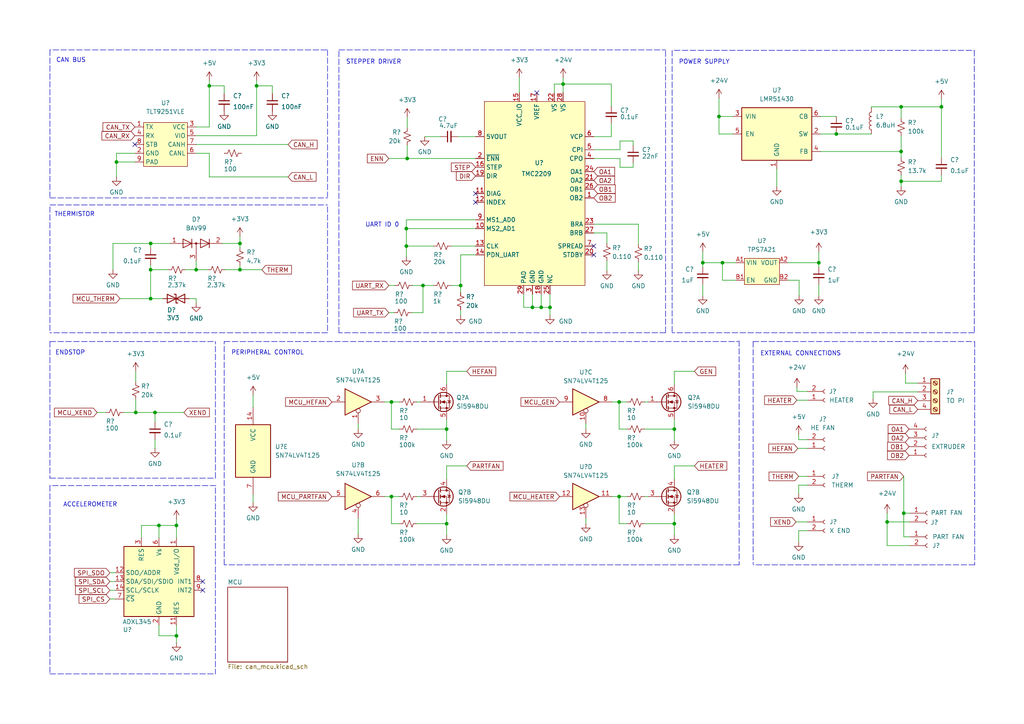
<source format=kicad_sch>
(kicad_sch (version 20211123) (generator eeschema)
  (paper "A4")
  (title_block (title "OUTPUTS, ANALOG SIGNALS AND PERIPHERALS") (date "2022-10-21") (rev "1.0") (company "matei repair lab"))
  (lib_symbols
    (symbol "74xx:SN74LV4T125" (pin_names (offset 1.016))
      (property "Reference" "U" (at 0 1.27 0))
      (property "Value" "SN74LV4T125" (at 0 -1.27 0))
      (symbol "SN74LV4T125_1_0"
        (pin input inverted (at 0 -6.35 90) (length 4.445) (name "~") (number "1"))
        (pin input line (at -7.62 0 0) (length 3.81) (name "~") (number "2"))
        (pin tri_state line (at 7.62 0 180) (length 3.81) (name "~") (number "3"))
      )
      (symbol "SN74LV4T125_2_0"
        (pin input inverted (at 0 -6.35 90) (length 4.445) (name "~") (number "4"))
        (pin input line (at -7.62 0 0) (length 3.81) (name "~") (number "5"))
        (pin tri_state line (at 7.62 0 180) (length 3.81) (name "~") (number "6"))
      )
      (symbol "SN74LV4T125_3_0"
        (pin input inverted (at 0 -6.35 90) (length 4.445) (name "~") (number "10"))
        (pin tri_state line (at 7.62 0 180) (length 3.81) (name "~") (number "8"))
        (pin input line (at -7.62 0 0) (length 3.81) (name "~") (number "9"))
      )
      (symbol "SN74LV4T125_4_0"
        (pin tri_state line (at 7.62 0 180) (length 3.81) (name "~") (number "11"))
        (pin input line (at -7.62 0 0) (length 3.81) (name "~") (number "12"))
        (pin input inverted (at 0 -6.35 90) (length 4.445) (name "~") (number "13"))
      )
      (symbol "SN74LV4T125_5_0"
        (pin power_in line (at 0 12.7 270) (length 5.08) (name "VCC") (number "14"))
        (pin power_in line (at 0 -12.7 90) (length 5.08) (name "GND") (number "7"))
      )
    )
    (symbol "Connector:Conn_01x02_Female" (pin_names (offset 1.016) hide)
      (property "Reference" "J" (at 0 2.54 0))
      (property "Value" "Conn_01x02_Female" (at 0 -5.08 0))
      (symbol "Conn_01x02_Female_1_1"
        (pin passive line (at -5.08 0 0) (length 3.81) (name "Pin_1") (number "1"))
        (pin passive line (at -5.08 -2.54 0) (length 3.81) (name "Pin_2") (number "2"))
      )
    )
    (symbol "Connector:Conn_01x04_Female" (pin_names (offset 1.016) hide)
      (property "Reference" "J" (at 0 5.08 0))
      (property "Value" "Conn_01x04_Female" (at 0 -7.62 0))
      (symbol "Conn_01x04_Female_1_1"
        (pin passive line (at -5.08 2.54 0) (length 3.81) (name "Pin_1") (number "1"))
        (pin passive line (at -5.08 0 0) (length 3.81) (name "Pin_2") (number "2"))
        (pin passive line (at -5.08 -2.54 0) (length 3.81) (name "Pin_3") (number "3"))
        (pin passive line (at -5.08 -5.08 0) (length 3.81) (name "Pin_4") (number "4"))
      )
    )
    (symbol "Connector:Screw_Terminal_01x04" (pin_names (offset 1.016) hide)
      (property "Reference" "J" (at 0 5.08 0))
      (property "Value" "Screw_Terminal_01x04" (at 0 -7.62 0))
      (symbol "Screw_Terminal_01x04_1_1"
        (pin passive line (at -5.08 2.54 0) (length 3.81) (name "Pin_1") (number "1"))
        (pin passive line (at -5.08 0 0) (length 3.81) (name "Pin_2") (number "2"))
        (pin passive line (at -5.08 -2.54 0) (length 3.81) (name "Pin_3") (number "3"))
        (pin passive line (at -5.08 -5.08 0) (length 3.81) (name "Pin_4") (number "4"))
      )
    )
    (symbol "Device:C_Small" (pin_numbers hide) (pin_names (offset 0.254) hide)
      (property "Reference" "C" (at 0.254 1.778 0))
      (property "Value" "C_Small" (at 0.254 -2.032 0))
      (symbol "C_Small_1_1"
        (pin passive line (at 0 2.54 270) (length 2.032) (name "~") (number "1"))
        (pin passive line (at 0 -2.54 90) (length 2.032) (name "~") (number "2"))
      )
    )
    (symbol "Device:D_TVS" (pin_numbers hide) (pin_names (offset 1.016) hide)
      (property "Reference" "D" (at 0 2.54 0))
      (property "Value" "D_TVS" (at 0 -2.54 0))
      (symbol "D_TVS_1_1"
        (pin passive line (at -3.81 0 0) (length 2.54) (name "A1") (number "1"))
        (pin passive line (at 3.81 0 180) (length 2.54) (name "A2") (number "2"))
      )
    )
    (symbol "Device:L" (pin_numbers hide) (pin_names (offset 1.016) hide)
      (property "Reference" "L" (at -1.27 0 90))
      (property "Value" "L" (at 1.905 0 90))
      (symbol "L_1_1"
        (pin passive line (at 0 3.81 270) (length 1.27) (name "1") (number "1"))
        (pin passive line (at 0 -3.81 90) (length 1.27) (name "2") (number "2"))
      )
    )
    (symbol "Device:Q_Dual_NMOS_G1S2G2D2S1D1" (pin_names (offset 0) hide)
      (property "Reference" "Q" (at 6.35 1.27 0))
      (property "Value" "Q_Dual_NMOS_G1S2G2D2S1D1" (at 19.05 -1.27 0))
      (symbol "Q_Dual_NMOS_G1S2G2D2S1D1_1_1"
        (pin input line (at -5.08 0 0) (length 2.54) (name "G") (number "1"))
        (pin passive line (at 2.54 -5.08 90) (length 2.54) (name "S") (number "5"))
        (pin passive line (at 2.54 5.08 270) (length 2.54) (name "D") (number "6"))
      )
      (symbol "Q_Dual_NMOS_G1S2G2D2S1D1_2_1"
        (pin passive line (at 2.54 -5.08 90) (length 2.54) (name "S") (number "2"))
        (pin input line (at -5.08 0 0) (length 2.54) (name "G") (number "3"))
        (pin passive line (at 2.54 5.08 270) (length 2.54) (name "D") (number "4"))
      )
    )
    (symbol "Device:R_Small_US" (pin_numbers hide) (pin_names (offset 0.254) hide)
      (property "Reference" "R" (at 0.762 0.508 0))
      (property "Value" "R_Small_US" (at 0.762 -1.016 0))
      (symbol "R_Small_US_1_1"
        (pin passive line (at 0 2.54 270) (length 1.016) (name "~") (number "1"))
        (pin passive line (at 0 -2.54 90) (length 1.016) (name "~") (number "2"))
      )
    )
    (symbol "Diode:BAV99" (pin_names hide)
      (property "Reference" "D" (at 0 5.08 0))
      (property "Value" "BAV99" (at 0 2.54 0))
      (symbol "BAV99_1_1"
        (pin passive line (at -7.62 0 0) (length 2.54) (name "K") (number "1"))
        (pin passive line (at 7.62 0 180) (length 2.54) (name "A") (number "2"))
        (pin passive line (at 0 -5.08 90) (length 2.54) (name "K") (number "3"))
      )
    )
    (symbol "matei:ADXL345"
      (property "Reference" "U" (at -8.89 11.43 0))
      (property "Value" "ADXL345" (at -6.35 -11.43 0))
      (symbol "ADXL345_1_1"
        (pin power_in line (at 5.08 12.7 270) (length 2.54) (name "Vdd_I/O") (number "1"))
        (pin no_connect line (at 12.7 6.35 180) (length 2.54) hide (name "NC") (number "10"))
        (pin passive line (at 5.08 -12.7 90) (length 2.54) (name "RES") (number "11"))
        (pin bidirectional line (at -12.7 2.54 0) (length 2.54) (name "SDO/ADDR") (number "12"))
        (pin bidirectional line (at -12.7 0 0) (length 2.54) (name "SDA/SDI/SDIO") (number "13"))
        (pin input line (at -12.7 -2.54 0) (length 2.54) (name "SCL/SCLK") (number "14"))
        (pin power_in line (at 0 -12.7 90) (length 2.54) (name "GND") (number "2"))
        (pin passive line (at -5.08 12.7 270) (length 2.54) (name "RES") (number "3"))
        (pin passive line (at 0 -12.7 90) (length 2.54) hide (name "GND") (number "4"))
        (pin passive line (at 0 -12.7 90) (length 2.54) hide (name "GND") (number "5"))
        (pin power_in line (at 0 12.7 270) (length 2.54) (name "Vs") (number "6"))
        (pin input line (at -12.7 -5.08 0) (length 2.54) (name "~{CS}") (number "7"))
        (pin output line (at 12.7 0 180) (length 2.54) (name "INT1") (number "8"))
        (pin output line (at 12.7 -2.54 180) (length 2.54) (name "INT2") (number "9"))
      )
    )
    (symbol "matei:LMR51430" (pin_names (offset 1.016))
      (property "Reference" "U" (at -10.16 11.43 0))
      (property "Value" "LMR51430" (at -10.16 8.89 0))
      (symbol "LMR51430_1_1"
        (pin power_in line (at 0 -10.16 90) (length 2.54) (name "GND") (number "1"))
        (pin output line (at 12.7 0 180) (length 2.54) (name "SW") (number "2"))
        (pin power_in line (at -12.7 5.08 0) (length 2.54) (name "VIN") (number "3"))
        (pin input line (at 12.7 -5.08 180) (length 2.54) (name "FB") (number "4"))
        (pin input line (at -12.7 0 0) (length 2.54) (name "EN") (number "5"))
        (pin input line (at 12.7 5.08 180) (length 2.54) (name "CB") (number "6"))
      )
    )
    (symbol "matei:TLT9251VLE"
      (property "Reference" "U" (at -5.08 5.08 0))
      (property "Value" "TLT9251VLE" (at 0 7.62 0))
      (symbol "TLT9251VLE_1_1"
        (pin input line (at -8.89 2.54 0) (length 2.54) (name "TX") (number "1"))
        (pin input line (at -8.89 -5.08 0) (length 2.54) (name "GND") (number "2"))
        (pin input line (at 8.89 2.54 180) (length 2.54) (name "VCC") (number "3"))
        (pin input line (at -8.89 0 0) (length 2.54) (name "RX") (number "4"))
        (pin input line (at 8.89 0 180) (length 2.54) (name "VIO") (number "5"))
        (pin input line (at 8.89 -5.08 180) (length 2.54) (name "CANL") (number "6"))
        (pin input line (at 8.89 -2.54 180) (length 2.54) (name "CANH") (number "7"))
        (pin input line (at -8.89 -2.54 0) (length 2.54) (name "STB") (number "8"))
        (pin input line (at -8.89 -7.62 0) (length 2.54) (name "PAD") (number "9"))
      )
    )
    (symbol "matei:TMC2209"
      (property "Reference" "U" (at 0 0 0))
      (property "Value" "TMC2209" (at 0 3.81 0))
      (symbol "TMC2209_1_1"
        (pin input line (at 15.24 -7.62 180) (length 2.54) (name "OB2") (number "1"))
        (pin input line (at -19.05 -16.51 0) (length 2.54) (name "MS2_AD1") (number "10"))
        (pin input line (at -19.05 -6.35 0) (length 2.54) (name "DIAG") (number "11"))
        (pin input line (at -19.05 -8.89 0) (length 2.54) (name "INDEX") (number "12"))
        (pin input line (at -19.05 -21.59 0) (length 2.54) (name "CLK") (number "13"))
        (pin input line (at -19.05 -24.13 0) (length 2.54) (name "PDN_UART") (number "14"))
        (pin input line (at -6.35 22.86 270) (length 2.54) (name "VCC_IO") (number "15"))
        (pin input line (at -19.05 1.27 0) (length 2.54) (name "STEP") (number "16"))
        (pin input line (at -1.27 22.86 270) (length 2.54) (name "VREF") (number "17"))
        (pin input line (at 0 -35.56 90) (length 2.54) (name "GND") (number "18"))
        (pin input line (at -19.05 -1.27 0) (length 2.54) (name "DIR") (number "19"))
        (pin input line (at -19.05 3.81 0) (length 2.54) (name "~{ENN}") (number "2"))
        (pin input line (at 15.24 -24.13 180) (length 2.54) (name "STDBY") (number "20"))
        (pin input line (at 15.24 -2.54 180) (length 2.54) (name "OA2") (number "21"))
        (pin input line (at 3.81 22.86 270) (length 2.54) (name "VS") (number "22"))
        (pin input line (at 15.24 -15.24 180) (length 2.54) (name "BRA") (number "23"))
        (pin input line (at 15.24 0 180) (length 2.54) (name "OA1") (number "24"))
        (pin input line (at 2.54 -35.56 90) (length 2.54) (name "NC") (number "25"))
        (pin input line (at 15.24 -5.08 180) (length 2.54) (name "OB1") (number "26"))
        (pin input line (at 15.24 -17.78 180) (length 2.54) (name "BRB") (number "27"))
        (pin input line (at 6.35 22.86 270) (length 2.54) (name "VS") (number "28"))
        (pin input line (at -5.08 -35.56 90) (length 2.54) (name "PAD") (number "29"))
        (pin input line (at -2.54 -35.56 90) (length 2.54) (name "GND") (number "3"))
        (pin input line (at 15.24 3.81 180) (length 2.54) (name "CPO") (number "4"))
        (pin input line (at 15.24 6.35 180) (length 2.54) (name "CPI") (number "5"))
        (pin input line (at 15.24 10.16 180) (length 2.54) (name "VCP") (number "6"))
        (pin input line (at 15.24 -21.59 180) (length 2.54) (name "SPREAD") (number "7"))
        (pin input line (at -19.05 10.16 0) (length 2.54) (name "5VOUT") (number "8"))
        (pin input line (at -19.05 -13.97 0) (length 2.54) (name "MS1_AD0") (number "9"))
      )
    )
    (symbol "matei:TPS7A21"
      (property "Reference" "U" (at 0 0 0))
      (property "Value" "TPS7A21" (at 0 6.35 0))
      (symbol "TPS7A21_1_1"
        (pin input line (at -7.62 2.54 0) (length 2.54) (name "VIN") (number "A1"))
        (pin input line (at 7.62 2.54 180) (length 2.54) (name "VOUT") (number "A2"))
        (pin input line (at -7.62 -2.54 0) (length 2.54) (name "EN") (number "B1"))
        (pin input line (at 7.62 -2.54 180) (length 2.54) (name "GND") (number "B2"))
      )
    )
    (symbol "power:+24V" (power) (pin_names (offset 0))
      (property "Value" "+24V" (at 0 3.556 0))
      (symbol "+24V_1_1"
        (pin power_in line (at 0 0 90) (length 0) hide (name "+24V") (number "1"))
      )
    )
    (symbol "power:+3V3" (power) (pin_names (offset 0))
      (property "Value" "+3V3" (at 0 3.556 0))
      (symbol "+3V3_1_1"
        (pin power_in line (at 0 0 90) (length 0) hide (name "+3V3") (number "1"))
      )
    )
    (symbol "power:+5V" (power) (pin_names (offset 0))
      (property "Value" "+5V" (at 0 3.556 0))
      (symbol "+5V_1_1"
        (pin power_in line (at 0 0 90) (length 0) hide (name "+5V") (number "1"))
      )
    )
    (symbol "power:GND" (power) (pin_names (offset 0))
      (property "Value" "GND" (at 0 -3.81 0))
      (symbol "GND_1_1"
        (pin power_in line (at 0 0 270) (length 0) hide (name "GND") (number "1"))
      )
    )
  )
  (junction (at 261.366 30.988))
  (junction (at 51.181 184.404))
  (junction (at 133.604 82.804))
  (junction (at 69.596 78.232))
  (junction (at 33.782 46.99))
  (junction (at 113.538 144.018))
  (junction (at 129.54 151.892))
  (junction (at 113.538 116.586))
  (junction (at 43.688 86.614))
  (junction (at 74.422 24.892))
  (junction (at 118.11 45.974))
  (junction (at 51.181 152.4))
  (junction (at 122.682 82.804))
  (junction (at 156.972 89.154))
  (junction (at 44.958 119.634))
  (junction (at 43.688 70.612))
  (junction (at 203.835 76.2))
  (junction (at 262.128 148.844))
  (junction (at 56.896 78.232))
  (junction (at 237.49 76.2))
  (junction (at 69.596 70.612))
  (junction (at 242.57 38.862))
  (junction (at 39.37 119.634))
  (junction (at 195.58 124.46))
  (junction (at 261.366 43.942))
  (junction (at 195.58 151.892))
  (junction (at 154.432 89.154))
  (junction (at 159.512 89.154))
  (junction (at 117.856 71.374))
  (junction (at 129.54 124.46))
  (junction (at 209.55 76.2))
  (junction (at 273.05 30.988))
  (junction (at 208.534 33.782))
  (junction (at 117.856 66.294))
  (junction (at 179.578 144.018))
  (junction (at 261.366 52.578))
  (junction (at 46.101 152.4))
  (junction (at 43.688 78.232))
  (junction (at 179.578 116.586))
  (junction (at 60.706 24.892))
  (junction (at 257.302 151.384))
  (junction (at 163.322 24.384))
  (no_connect (at 172.212 73.914))
  (no_connect (at 172.212 71.374))
  (no_connect (at 58.801 168.656))
  (no_connect (at 58.801 171.196))
  (no_connect (at 155.702 26.924))
  (no_connect (at 39.116 41.91))
  (no_connect (at 137.922 58.674))
  (no_connect (at 137.922 56.134))
  (wire (pts (xy 185.166 70.866) (xy 185.166 65.024)))
  (wire (pts (xy 54.864 86.614) (xy 56.896 86.614)))
  (wire (pts (xy 231.648 140.716) (xy 231.648 143.256)))
  (wire (pts (xy 39.37 107.696) (xy 39.37 110.744)))
  (wire (pts (xy 177.546 144.018) (xy 179.578 144.018)))
  (wire (pts (xy 123.19 39.624) (xy 127.762 39.624)))
  (polyline (pts (xy 14.478 14.478) (xy 14.478 57.15)))
  (wire (pts (xy 120.904 124.46) (xy 129.54 124.46)))
  (wire (pts (xy 35.814 119.634) (xy 39.37 119.634)))
  (wire (pts (xy 176.022 67.564) (xy 176.022 70.612)))
  (wire (pts (xy 113.538 144.018) (xy 113.538 151.892)))
  (wire (pts (xy 177.546 116.586) (xy 179.578 116.586)))
  (wire (pts (xy 46.101 184.404) (xy 51.181 184.404)))
  (wire (pts (xy 163.322 24.384) (xy 163.322 22.479)))
  (wire (pts (xy 39.37 119.634) (xy 44.958 119.634)))
  (wire (pts (xy 112.776 82.804) (xy 114.554 82.804)))
  (wire (pts (xy 129.54 124.46) (xy 129.54 127.762)))
  (wire (pts (xy 60.706 51.308) (xy 60.706 44.45)))
  (wire (pts (xy 179.578 144.018) (xy 179.578 151.892)))
  (wire (pts (xy 39.116 44.45) (xy 33.782 44.45)))
  (wire (pts (xy 160.782 24.384) (xy 163.322 24.384)))
  (wire (pts (xy 186.944 151.892) (xy 195.58 151.892)))
  (wire (pts (xy 169.926 150.368) (xy 169.926 151.892)))
  (wire (pts (xy 262.636 111.125) (xy 266.192 111.125)))
  (wire (pts (xy 237.998 43.942) (xy 261.366 43.942)))
  (wire (pts (xy 113.538 151.892) (xy 115.824 151.892)))
  (wire (pts (xy 111.506 116.586) (xy 113.538 116.586)))
  (polyline (pts (xy 98.298 14.478) (xy 193.04 14.478)))
  (wire (pts (xy 179.578 124.46) (xy 181.864 124.46)))
  (wire (pts (xy 132.842 39.624) (xy 137.922 39.624)))
  (wire (pts (xy 179.578 144.018) (xy 181.864 144.018)))
  (wire (pts (xy 60.706 23.368) (xy 60.706 24.892)))
  (wire (pts (xy 228.6 81.28) (xy 231.775 81.28)))
  (polyline (pts (xy 94.996 14.478) (xy 94.996 57.15)))
  (wire (pts (xy 69.596 78.232) (xy 65.278 78.232)))
  (wire (pts (xy 234.188 153.924) (xy 231.648 153.924)))
  (polyline (pts (xy 65.024 163.83) (xy 65.024 99.06)))
  (wire (pts (xy 203.835 77.47) (xy 203.835 76.2)))
  (wire (pts (xy 234.188 140.716) (xy 231.648 140.716)))
  (wire (pts (xy 51.181 184.404) (xy 51.181 181.356)))
  (wire (pts (xy 261.366 50.8) (xy 261.366 52.578)))
  (wire (pts (xy 273.05 30.988) (xy 261.366 30.988)))
  (wire (pts (xy 64.516 70.612) (xy 69.596 70.612)))
  (wire (pts (xy 129.54 151.892) (xy 129.54 155.194)))
  (wire (pts (xy 242.57 38.862) (xy 252.73 38.862)))
  (wire (pts (xy 112.776 90.678) (xy 114.3 90.678)))
  (wire (pts (xy 156.972 89.154) (xy 159.512 89.154)))
  (wire (pts (xy 33.782 46.99) (xy 33.782 51.308)))
  (polyline (pts (xy 214.376 98.806) (xy 214.376 163.83)))
  (wire (pts (xy 230.886 151.384) (xy 234.188 151.384)))
  (wire (pts (xy 43.688 70.612) (xy 49.276 70.612)))
  (wire (pts (xy 237.998 38.862) (xy 242.57 38.862)))
  (wire (pts (xy 113.538 116.586) (xy 115.824 116.586)))
  (wire (pts (xy 172.212 39.624) (xy 177.292 39.624)))
  (wire (pts (xy 44.958 119.634) (xy 44.958 122.428)))
  (polyline (pts (xy 94.742 14.478) (xy 14.478 14.478)))
  (wire (pts (xy 195.58 135.128) (xy 201.422 135.128)))
  (wire (pts (xy 266.192 113.665) (xy 253.238 113.665)))
  (wire (pts (xy 73.406 143.51) (xy 73.406 145.796)))
  (wire (pts (xy 228.6 76.2) (xy 237.49 76.2)))
  (wire (pts (xy 46.101 181.356) (xy 46.101 184.404)))
  (wire (pts (xy 65.024 24.892) (xy 60.706 24.892)))
  (wire (pts (xy 130.81 82.804) (xy 133.604 82.804)))
  (wire (pts (xy 163.322 24.384) (xy 163.322 26.924)))
  (wire (pts (xy 120.904 144.018) (xy 121.92 144.018)))
  (polyline (pts (xy 282.702 99.06) (xy 282.702 163.83)))
  (wire (pts (xy 179.578 151.892) (xy 181.864 151.892)))
  (wire (pts (xy 28.194 119.634) (xy 30.734 119.634)))
  (wire (pts (xy 65.024 27.178) (xy 65.024 24.892)))
  (wire (pts (xy 60.706 44.45) (xy 56.896 44.45)))
  (wire (pts (xy 51.181 152.4) (xy 51.181 155.956)))
  (wire (pts (xy 159.512 85.344) (xy 159.512 89.154)))
  (wire (pts (xy 69.596 68.58) (xy 69.596 70.612)))
  (wire (pts (xy 60.706 36.83) (xy 56.896 36.83)))
  (wire (pts (xy 160.782 26.924) (xy 160.782 24.384)))
  (wire (pts (xy 177.292 30.734) (xy 177.292 24.384)))
  (wire (pts (xy 179.832 48.514) (xy 183.642 48.514)))
  (wire (pts (xy 120.904 116.586) (xy 121.92 116.586)))
  (wire (pts (xy 262.128 155.702) (xy 263.906 155.702)))
  (wire (pts (xy 56.896 75.692) (xy 56.896 78.232)))
  (wire (pts (xy 172.212 45.974) (xy 179.832 45.974)))
  (polyline (pts (xy 62.484 138.684) (xy 62.484 99.06)))
  (wire (pts (xy 117.856 63.754) (xy 137.922 63.754)))
  (wire (pts (xy 203.835 73.025) (xy 203.835 76.2)))
  (wire (pts (xy 74.422 24.892) (xy 74.422 39.37)))
  (wire (pts (xy 203.835 76.2) (xy 209.55 76.2)))
  (wire (pts (xy 151.892 89.154) (xy 154.432 89.154)))
  (wire (pts (xy 43.688 86.614) (xy 47.244 86.614)))
  (wire (pts (xy 103.886 122.936) (xy 103.886 124.46)))
  (wire (pts (xy 262.636 108.331) (xy 262.636 111.125)))
  (polyline (pts (xy 14.478 195.453) (xy 62.484 195.453)))
  (wire (pts (xy 32.766 70.612) (xy 32.766 78.232)))
  (wire (pts (xy 32.766 70.612) (xy 43.688 70.612)))
  (wire (pts (xy 129.54 111.506) (xy 129.54 107.696)))
  (wire (pts (xy 208.534 33.782) (xy 208.534 38.862)))
  (wire (pts (xy 179.578 116.586) (xy 179.578 124.46)))
  (wire (pts (xy 231.394 130.048) (xy 234.188 130.048)))
  (wire (pts (xy 41.021 152.4) (xy 46.101 152.4)))
  (wire (pts (xy 237.49 82.55) (xy 237.49 85.725)))
  (wire (pts (xy 113.538 116.586) (xy 113.538 124.46)))
  (wire (pts (xy 195.58 107.696) (xy 201.422 107.696)))
  (wire (pts (xy 209.55 81.28) (xy 209.55 76.2)))
  (polyline (pts (xy 195.58 14.605) (xy 282.575 14.605)))
  (wire (pts (xy 119.634 82.804) (xy 122.682 82.804)))
  (wire (pts (xy 117.856 71.374) (xy 117.856 66.294)))
  (wire (pts (xy 262.128 148.844) (xy 262.128 155.702)))
  (wire (pts (xy 43.688 76.962) (xy 43.688 78.232)))
  (wire (pts (xy 237.49 76.2) (xy 237.49 77.47)))
  (wire (pts (xy 225.298 49.022) (xy 225.298 54.102)))
  (wire (pts (xy 257.302 148.844) (xy 257.302 151.384)))
  (wire (pts (xy 208.534 33.782) (xy 212.598 33.782)))
  (wire (pts (xy 151.892 85.344) (xy 151.892 89.154)))
  (wire (pts (xy 183.642 40.894) (xy 179.832 40.894)))
  (wire (pts (xy 195.58 111.506) (xy 195.58 107.696)))
  (wire (pts (xy 261.366 30.988) (xy 252.73 30.988)))
  (wire (pts (xy 60.706 51.308) (xy 83.566 51.308)))
  (wire (pts (xy 195.58 151.892) (xy 195.58 155.194)))
  (wire (pts (xy 261.366 43.942) (xy 261.366 45.72)))
  (polyline (pts (xy 14.478 59.436) (xy 94.996 59.436)))
  (wire (pts (xy 154.432 89.154) (xy 156.972 89.154)))
  (wire (pts (xy 179.832 40.894) (xy 179.832 43.434)))
  (wire (pts (xy 257.302 158.242) (xy 263.906 158.242)))
  (wire (pts (xy 261.366 52.578) (xy 273.05 52.578)))
  (wire (pts (xy 39.37 115.824) (xy 39.37 119.634)))
  (wire (pts (xy 231.14 112.268) (xy 231.14 113.538)))
  (wire (pts (xy 122.682 82.804) (xy 125.73 82.804)))
  (wire (pts (xy 172.212 67.564) (xy 176.022 67.564)))
  (wire (pts (xy 113.538 144.018) (xy 115.824 144.018)))
  (wire (pts (xy 257.302 151.384) (xy 257.302 158.242)))
  (polyline (pts (xy 14.478 99.06) (xy 62.484 99.06)))
  (wire (pts (xy 169.926 122.936) (xy 169.926 124.46)))
  (wire (pts (xy 195.58 151.892) (xy 195.58 149.098)))
  (polyline (pts (xy 14.478 57.404) (xy 94.996 57.404)))
  (wire (pts (xy 273.05 28.702) (xy 273.05 30.988)))
  (wire (pts (xy 120.904 151.892) (xy 129.54 151.892)))
  (wire (pts (xy 137.922 45.974) (xy 118.11 45.974)))
  (wire (pts (xy 195.58 124.46) (xy 195.58 127.762)))
  (wire (pts (xy 186.944 124.46) (xy 195.58 124.46)))
  (wire (pts (xy 51.181 152.4) (xy 51.181 150.622)))
  (wire (pts (xy 159.512 89.154) (xy 159.512 91.44)))
  (wire (pts (xy 273.05 52.578) (xy 273.05 50.8)))
  (wire (pts (xy 231.648 127.508) (xy 231.648 125.984)))
  (wire (pts (xy 117.856 66.294) (xy 137.922 66.294)))
  (wire (pts (xy 56.896 78.232) (xy 53.848 78.232)))
  (wire (pts (xy 119.38 90.678) (xy 122.682 90.678)))
  (polyline (pts (xy 214.376 163.83) (xy 65.024 163.83)))
  (wire (pts (xy 177.292 24.384) (xy 163.322 24.384)))
  (wire (pts (xy 129.54 138.938) (xy 129.54 135.128)))
  (polyline (pts (xy 194.945 14.605) (xy 194.945 96.52)))
  (wire (pts (xy 51.181 184.404) (xy 51.181 186.436)))
  (wire (pts (xy 31.877 166.116) (xy 33.401 166.116)))
  (wire (pts (xy 60.198 78.232) (xy 56.896 78.232)))
  (wire (pts (xy 78.994 27.178) (xy 78.994 24.892)))
  (wire (pts (xy 129.54 124.46) (xy 129.54 121.666)))
  (wire (pts (xy 78.994 24.892) (xy 74.422 24.892)))
  (wire (pts (xy 195.58 124.46) (xy 195.58 121.666)))
  (wire (pts (xy 111.506 144.018) (xy 113.538 144.018)))
  (wire (pts (xy 183.642 48.514) (xy 183.642 47.244)))
  (wire (pts (xy 43.688 70.612) (xy 43.688 71.882)))
  (wire (pts (xy 56.896 41.91) (xy 83.566 41.91)))
  (wire (pts (xy 34.798 86.614) (xy 43.688 86.614)))
  (wire (pts (xy 237.998 33.782) (xy 242.57 33.782)))
  (wire (pts (xy 60.706 24.892) (xy 60.706 36.83)))
  (wire (pts (xy 179.578 116.586) (xy 181.864 116.586)))
  (wire (pts (xy 129.54 107.696) (xy 135.382 107.696)))
  (wire (pts (xy 261.366 30.988) (xy 261.366 34.29)))
  (polyline (pts (xy 14.478 138.684) (xy 62.484 138.684)))
  (polyline (pts (xy 193.04 14.732) (xy 193.04 96.52)))
  (wire (pts (xy 46.101 152.4) (xy 51.181 152.4)))
  (polyline (pts (xy 282.575 14.605) (xy 282.575 96.52)))
  (wire (pts (xy 33.782 44.45) (xy 33.782 46.99)))
  (polyline (pts (xy 98.298 96.52) (xy 98.298 14.478)))
  (polyline (pts (xy 218.44 99.06) (xy 282.702 99.06)))
  (wire (pts (xy 46.101 155.956) (xy 46.101 152.4)))
  (wire (pts (xy 56.896 86.614) (xy 56.896 87.884)))
  (wire (pts (xy 133.604 73.914) (xy 137.922 73.914)))
  (wire (pts (xy 133.604 89.916) (xy 133.604 91.44)))
  (wire (pts (xy 185.166 78.486) (xy 185.166 75.946)))
  (polyline (pts (xy 62.484 141.478) (xy 62.484 195.453)))
  (wire (pts (xy 31.877 168.656) (xy 33.401 168.656)))
  (polyline (pts (xy 282.702 163.83) (xy 218.44 163.83)))
  (polyline (pts (xy 62.611 140.843) (xy 14.478 140.843)))
  (wire (pts (xy 129.54 151.892) (xy 129.54 149.098)))
  (wire (pts (xy 117.856 74.422) (xy 117.856 71.374)))
  (wire (pts (xy 185.166 65.024) (xy 172.212 65.024)))
  (polyline (pts (xy 94.996 96.52) (xy 14.478 96.52)))
  (wire (pts (xy 69.596 76.962) (xy 69.596 78.232)))
  (wire (pts (xy 117.856 71.374) (xy 125.73 71.374)))
  (wire (pts (xy 231.14 113.538) (xy 234.188 113.538)))
  (wire (pts (xy 118.11 45.974) (xy 118.11 42.164)))
  (polyline (pts (xy 282.575 96.52) (xy 194.945 96.52)))
  (polyline (pts (xy 14.478 59.944) (xy 14.478 96.52)))
  (wire (pts (xy 103.886 150.368) (xy 103.886 154.94)))
  (wire (pts (xy 31.877 173.736) (xy 33.401 173.736)))
  (wire (pts (xy 253.238 113.665) (xy 253.238 115.697)))
  (wire (pts (xy 261.366 52.578) (xy 261.366 54.102)))
  (wire (pts (xy 231.648 138.176) (xy 234.188 138.176)))
  (wire (pts (xy 73.406 114.554) (xy 73.406 118.11)))
  (wire (pts (xy 176.022 75.692) (xy 176.022 78.486)))
  (wire (pts (xy 234.188 127.508) (xy 231.648 127.508)))
  (wire (pts (xy 208.534 38.862) (xy 212.598 38.862)))
  (polyline (pts (xy 193.04 96.52) (xy 98.298 96.52)))
  (wire (pts (xy 69.596 70.612) (xy 69.596 71.882)))
  (wire (pts (xy 183.642 42.164) (xy 183.642 40.894)))
  (wire (pts (xy 263.906 151.384) (xy 257.302 151.384)))
  (wire (pts (xy 137.922 71.374) (xy 130.81 71.374)))
  (wire (pts (xy 262.128 138.176) (xy 262.128 148.844)))
  (wire (pts (xy 231.648 153.924) (xy 231.648 157.226)))
  (wire (pts (xy 179.832 43.434) (xy 172.212 43.434)))
  (wire (pts (xy 43.688 78.232) (xy 43.688 86.614)))
  (wire (pts (xy 231.14 116.078) (xy 234.188 116.078)))
  (wire (pts (xy 186.944 116.586) (xy 187.96 116.586)))
  (wire (pts (xy 56.896 39.37) (xy 74.422 39.37)))
  (wire (pts (xy 112.776 45.974) (xy 118.11 45.974)))
  (wire (pts (xy 43.688 78.232) (xy 48.768 78.232)))
  (wire (pts (xy 195.58 138.938) (xy 195.58 135.128)))
  (polyline (pts (xy 14.478 140.843) (xy 14.478 195.453)))
  (wire (pts (xy 252.73 30.988) (xy 252.73 31.242)))
  (wire (pts (xy 113.538 124.46) (xy 115.824 124.46)))
  (wire (pts (xy 156.972 85.344) (xy 156.972 89.154)))
  (wire (pts (xy 208.534 28.448) (xy 208.534 33.782)))
  (wire (pts (xy 186.944 144.018) (xy 187.96 144.018)))
  (wire (pts (xy 129.54 135.128) (xy 135.382 135.128)))
  (wire (pts (xy 44.958 119.634) (xy 53.34 119.634)))
  (wire (pts (xy 177.292 39.624) (xy 177.292 35.814)))
  (wire (pts (xy 273.05 45.72) (xy 273.05 30.988)))
  (wire (pts (xy 203.835 82.55) (xy 203.835 85.725)))
  (wire (pts (xy 118.11 34.036) (xy 118.11 37.084)))
  (wire (pts (xy 154.432 85.344) (xy 154.432 89.154)))
  (wire (pts (xy 41.021 155.956) (xy 41.021 152.4)))
  (wire (pts (xy 237.49 73.025) (xy 237.49 76.2)))
  (wire (pts (xy 179.832 45.974) (xy 179.832 48.514)))
  (polyline (pts (xy 94.996 59.944) (xy 94.996 96.52)))
  (wire (pts (xy 122.682 90.678) (xy 122.682 82.804)))
  (wire (pts (xy 263.906 148.844) (xy 262.128 148.844)))
  (polyline (pts (xy 14.478 99.06) (xy 14.478 138.684)))
  (wire (pts (xy 133.604 82.804) (xy 133.604 73.914)))
  (wire (pts (xy 117.856 66.294) (xy 117.856 63.754)))
  (wire (pts (xy 133.604 82.804) (xy 133.604 84.836)))
  (polyline (pts (xy 218.44 99.06) (xy 218.44 163.576)))
  (wire (pts (xy 74.422 23.368) (xy 74.422 24.892)))
  (wire (pts (xy 150.622 22.479) (xy 150.622 26.924)))
  (wire (pts (xy 261.366 39.37) (xy 261.366 43.942)))
  (wire (pts (xy 231.775 81.28) (xy 231.775 85.725)))
  (wire (pts (xy 209.55 76.2) (xy 213.36 76.2)))
  (polyline (pts (xy 65.024 99.06) (xy 214.122 99.06)))
  (wire (pts (xy 33.782 46.99) (xy 39.116 46.99)))
  (wire (pts (xy 69.596 78.232) (xy 75.946 78.232)))
  (wire (pts (xy 31.877 171.196) (xy 33.401 171.196)))
  (wire (pts (xy 213.36 81.28) (xy 209.55 81.28)))
  (wire (pts (xy 44.958 127.508) (xy 44.958 130.048)))
  (text "ACCELEROMETER\n" (at 18.288 147.193 0) (effects (font (size 1.27 1.27)) (justify left bottom)))
  (text "CAN BUS\n" (at 16.256 18.288 0) (effects (font (size 1.27 1.27)) (justify left bottom)))
  (text "ENDSTOP\n" (at 16.002 103.124 0) (effects (font (size 1.27 1.27)) (justify left bottom)))
  (text "PERIPHERAL CONTROL\n" (at 67.056 103.124 0) (effects (font (size 1.27 1.27)) (justify left bottom)))
  (text "STEPPER DRIVER" (at 100.33 18.796 0) (effects (font (size 1.27 1.27)) (justify left bottom)))
  (text "POWER SUPPLY\n" (at 196.85 18.796 0) (effects (font (size 1.27 1.27)) (justify left bottom)))
  (text "THERMISTOR\n" (at 15.748 62.992 0) (effects (font (size 1.27 1.27)) (justify left bottom)))
  (text "EXTERNAL CONNECTIONS" (at 220.472 103.378 0) (effects (font (size 1.27 1.27)) (justify left bottom)))
  (text "UART ID 0" (at 105.918 66.04 0) (effects (font (size 1.27 1.27)) (justify left bottom)))
  (global_label "ENN" (shape input) (at 112.776 45.974 180) (property "Intersheet References" "${INTERSHEET_REFS}" (effects hide)))
  (global_label "MCU_THERM" (shape input) (at 34.798 86.614 180) (property "Intersheet References" "${INTERSHEET_REFS}" (effects hide)))
  (global_label "SPI_SDA" (shape input) (at 31.877 168.656 180) (property "Intersheet References" "${INTERSHEET_REFS}" (effects hide)))
  (global_label "CAN_TX" (shape input) (at 39.116 36.83 180) (property "Intersheet References" "${INTERSHEET_REFS}" (effects hide)))
  (global_label "SPI_SCL" (shape input) (at 31.877 171.196 180) (property "Intersheet References" "${INTERSHEET_REFS}" (effects hide)))
  (global_label "UART_TX" (shape input) (at 112.776 90.678 180) (property "Intersheet References" "${INTERSHEET_REFS}" (effects hide)))
  (global_label "HEATER" (shape input) (at 201.422 135.128 0) (property "Intersheet References" "${INTERSHEET_REFS}" (effects hide)))
  (global_label "STEP" (shape input) (at 137.922 48.514 180) (property "Intersheet References" "${INTERSHEET_REFS}" (effects hide)))
  (global_label "THERM" (shape input) (at 231.648 138.176 180) (property "Intersheet References" "${INTERSHEET_REFS}" (effects hide)))
  (global_label "HEATER" (shape input) (at 231.14 116.078 180) (property "Intersheet References" "${INTERSHEET_REFS}" (effects hide)))
  (global_label "OA2" (shape input) (at 172.212 52.324 0) (property "Intersheet References" "${INTERSHEET_REFS}" (effects hide)))
  (global_label "OA2" (shape input) (at 263.652 127 180) (property "Intersheet References" "${INTERSHEET_REFS}" (effects hide)))
  (global_label "OA1" (shape input) (at 172.212 49.784 0) (property "Intersheet References" "${INTERSHEET_REFS}" (effects hide)))
  (global_label "MCU_XEND" (shape input) (at 28.194 119.634 180) (property "Intersheet References" "${INTERSHEET_REFS}" (effects hide)))
  (global_label "OA1" (shape input) (at 263.652 124.46 180) (property "Intersheet References" "${INTERSHEET_REFS}" (effects hide)))
  (global_label "PARTFAN" (shape input) (at 135.382 135.128 0) (property "Intersheet References" "${INTERSHEET_REFS}" (effects hide)))
  (global_label "CAN_H" (shape input) (at 83.566 41.91 0) (property "Intersheet References" "${INTERSHEET_REFS}" (effects hide)))
  (global_label "SPI_SDO" (shape input) (at 31.877 166.116 180) (property "Intersheet References" "${INTERSHEET_REFS}" (effects hide)))
  (global_label "DIR" (shape input) (at 137.922 51.054 180) (property "Intersheet References" "${INTERSHEET_REFS}" (effects hide)))
  (global_label "XEND" (shape input) (at 53.34 119.634 0) (property "Intersheet References" "${INTERSHEET_REFS}" (effects hide)))
  (global_label "UART_RX" (shape input) (at 112.776 82.804 180) (property "Intersheet References" "${INTERSHEET_REFS}" (effects hide)))
  (global_label "MCU_HEFAN" (shape input) (at 96.266 116.586 180) (property "Intersheet References" "${INTERSHEET_REFS}" (effects hide)))
  (global_label "OB2" (shape input) (at 172.212 57.404 0) (property "Intersheet References" "${INTERSHEET_REFS}" (effects hide)))
  (global_label "SPI_CS" (shape input) (at 31.877 173.736 180) (property "Intersheet References" "${INTERSHEET_REFS}" (effects hide)))
  (global_label "CAN_H" (shape input) (at 266.192 116.205 180) (property "Intersheet References" "${INTERSHEET_REFS}" (effects hide)))
  (global_label "PARTFAN" (shape input) (at 262.128 138.176 180) (property "Intersheet References" "${INTERSHEET_REFS}" (effects hide)))
  (global_label "OB1" (shape input) (at 172.212 54.864 0) (property "Intersheet References" "${INTERSHEET_REFS}" (effects hide)))
  (global_label "HEFAN" (shape input) (at 231.394 130.048 180) (property "Intersheet References" "${INTERSHEET_REFS}" (effects hide)))
  (global_label "MCU_GEN" (shape input) (at 162.306 116.586 180) (property "Intersheet References" "${INTERSHEET_REFS}" (effects hide)))
  (global_label "CAN_L" (shape input) (at 83.566 51.308 0) (property "Intersheet References" "${INTERSHEET_REFS}" (effects hide)))
  (global_label "MCU_HEATER" (shape input) (at 162.306 144.018 180) (property "Intersheet References" "${INTERSHEET_REFS}" (effects hide)))
  (global_label "OB2" (shape input) (at 263.652 132.08 180) (property "Intersheet References" "${INTERSHEET_REFS}" (effects hide)))
  (global_label "HEFAN" (shape input) (at 135.382 107.696 0) (property "Intersheet References" "${INTERSHEET_REFS}" (effects hide)))
  (global_label "CAN_L" (shape input) (at 266.192 118.745 180) (property "Intersheet References" "${INTERSHEET_REFS}" (effects hide)))
  (global_label "CAN_RX" (shape input) (at 39.116 39.37 180) (property "Intersheet References" "${INTERSHEET_REFS}" (effects hide)))
  (global_label "XEND" (shape input) (at 230.886 151.384 180) (property "Intersheet References" "${INTERSHEET_REFS}" (effects hide)))
  (global_label "MCU_PARTFAN" (shape input) (at 96.266 144.018 180) (property "Intersheet References" "${INTERSHEET_REFS}" (effects hide)))
  (global_label "THERM" (shape input) (at 75.946 78.232 0) (property "Intersheet References" "${INTERSHEET_REFS}" (effects hide)))
  (global_label "GEN" (shape input) (at 201.422 107.696 0) (property "Intersheet References" "${INTERSHEET_REFS}" (effects hide)))
  (global_label "OB1" (shape input) (at 263.652 129.54 180) (property "Intersheet References" "${INTERSHEET_REFS}" (effects hide)))
  (symbol (lib_id "Device:R_Small_US") (at 176.022 73.152 0) (unit 1)
    (property "Reference" "R?" (at 177.546 71.882 0) (effects (justify left)))
    (property "Value" "0.110" (at 177.546 74.422 0) (effects (justify left)))
  )
  (symbol (lib_id "74xx:SN74LV4T125") (at 73.406 130.81 0) (unit 5)
    (property "Reference" "U?" (at 79.756 129.5399 0) (effects (justify left)))
    (property "Value" "SN74LV4T125" (at 79.756 132.0799 0) (effects (justify left)))
    (property "Datasheet" "https://www.ti.com/lit/ds/symlink/sn74lv4t125.pdf" (effects hide))
  )
  (symbol (lib_id "power:+5V") (at 203.835 73.025 0) (unit 1)
    (property "Reference" "#PWR?" (effects hide))
    (property "Value" "+5V" (at 203.835 67.945 0))
  )
  (symbol (lib_id "power:GND") (at 169.926 124.46 0) (unit 1)
    (property "Reference" "#PWR?" (effects hide))
    (property "Value" "GND" (at 169.926 128.905 0))
  )
  (symbol (lib_id "Device:R_Small_US") (at 118.364 124.46 270) (unit 1)
    (property "Reference" "R?" (at 117.094 127 90))
    (property "Value" "100k" (at 118.11 129.032 90))
  )
  (symbol (lib_id "Device:R_Small_US") (at 39.37 113.284 0) (unit 1)
    (property "Reference" "R?" (at 40.894 112.014 0) (effects (justify left)))
    (property "Value" "20k" (at 40.894 114.554 0) (effects (justify left)))
  )
  (symbol (lib_id "Device:R_Small_US") (at 33.274 119.634 270) (unit 1)
    (property "Reference" "R?" (at 32.004 122.174 90))
    (property "Value" "100" (at 32.512 124.206 90))
  )
  (symbol (lib_id "Device:D_TVS") (at 51.054 86.614 0) (mirror y) (unit 1)
    (property "Reference" "D?" (at 51.054 89.916 0) (effects (justify left)))
    (property "Value" "3V3" (at 52.07 92.202 0) (effects (justify left)))
  )
  (symbol (lib_id "power:+24V") (at 257.302 148.844 0) (unit 1)
    (property "Reference" "#PWR?" (effects hide))
    (property "Value" "+24V" (at 257.302 143.129 0))
  )
  (symbol (lib_id "Diode:BAV99") (at 56.896 70.612 0) (unit 1)
    (property "Reference" "D?" (at 56.896 63.627 0))
    (property "Value" "BAV99" (at 56.896 66.167 0))
    (property "Footprint" "Package_TO_SOT_SMD:SOT-23" (effects hide))
    (property "Datasheet" "https://assets.nexperia.com/documents/data-sheet/BAV99_SER.pdf" (effects hide))
  )
  (symbol (lib_id "matei:LMR51430") (at 225.298 38.862 0) (unit 1)
    (property "Reference" "U?" (at 225.298 26.162 0))
    (property "Value" "LMR51430" (at 225.298 28.702 0))
    (property "Footprint" "Package_TO_SOT_SMD:SOT-23-6" (effects hide))
    (property "Datasheet" "http://www.ti.com/lit/ds/symlink/lmr16006y-q1.pdf" (effects hide))
  )
  (symbol (lib_id "power:GND") (at 103.886 154.94 0) (unit 1)
    (property "Reference" "#PWR?" (effects hide))
    (property "Value" "GND" (at 103.886 159.385 0))
  )
  (symbol (lib_id "Device:Q_Dual_NMOS_G1S2G2D2S1D1") (at 193.04 116.586 0) (unit 1)
    (property "Reference" "Q?" (at 199.39 115.3159 0) (effects (justify left)))
    (property "Value" "Si5948DU" (at 199.39 117.8559 0) (effects (justify left)))
  )
  (symbol (lib_id "power:+5V") (at 60.706 23.368 0) (unit 1)
    (property "Reference" "#PWR?" (effects hide))
    (property "Value" "+5V" (at 60.706 18.288 0))
  )
  (symbol (lib_id "power:GND") (at 129.54 127.762 0) (unit 1)
    (property "Reference" "#PWR?" (effects hide))
    (property "Value" "GND" (at 129.54 132.207 0))
  )
  (symbol (lib_id "power:GND") (at 185.166 78.486 0) (unit 1)
    (property "Reference" "#PWR?" (effects hide))
    (property "Value" "GND" (at 185.166 82.931 0))
  )
  (symbol (lib_id "power:GND") (at 203.835 85.725 0) (unit 1)
    (property "Reference" "#PWR?" (effects hide))
    (property "Value" "GND" (at 203.835 90.17 0))
  )
  (symbol (lib_id "Device:C_Small") (at 78.994 29.718 0) (unit 1)
    (property "Reference" "C?" (at 81.534 27.813 0) (effects (justify left)))
    (property "Value" "100nF" (at 81.534 30.988 0) (effects (justify left)))
  )
  (symbol (lib_id "Connector:Conn_01x02_Female") (at 268.986 155.702 0) (unit 1)
    (property "Reference" "J?" (at 271.526 158.242 0))
    (property "Value" "PART FAN" (at 275.082 155.702 0))
    (property "Footprint" "Connector_JST:JST_EH_B2B-EH-A_1x02_P2.50mm_Vertical" (effects hide))
  )
  (symbol (lib_id "power:+24V") (at 163.322 22.479 0) (unit 1)
    (property "Reference" "#PWR?" (effects hide))
    (property "Value" "+24V" (at 163.322 17.399 0))
  )
  (symbol (lib_id "Device:R_Small_US") (at 184.404 144.018 270) (unit 1)
    (property "Reference" "R?" (at 183.134 146.558 90))
    (property "Value" "10" (at 183.134 148.59 90))
  )
  (symbol (lib_id "Device:R_Small_US") (at 261.366 48.26 0) (unit 1)
    (property "Reference" "R?" (at 263.271 46.9899 0) (effects (justify left)))
    (property "Value" "13.7k" (at 263.271 49.5299 0) (effects (justify left)))
  )
  (symbol (lib_id "power:+24V") (at 262.636 108.331 0) (unit 1)
    (property "Reference" "#PWR?" (effects hide))
    (property "Value" "+24V" (at 262.636 102.616 0))
  )
  (symbol (lib_id "power:GND") (at 103.886 124.46 0) (unit 1)
    (property "Reference" "#PWR?" (effects hide))
    (property "Value" "GND" (at 103.886 128.905 0))
  )
  (symbol (lib_id "power:GND") (at 159.512 91.44 0) (unit 1)
    (property "Reference" "#PWR?" (effects hide))
    (property "Value" "GND" (at 164.084 93.218 0))
  )
  (symbol (lib_id "power:+5V") (at 73.406 114.554 0) (unit 1)
    (property "Reference" "#PWR?" (effects hide))
    (property "Value" "+5V" (at 73.406 109.474 0))
  )
  (symbol (lib_id "power:GND") (at 32.766 78.232 0) (unit 1)
    (property "Reference" "#PWR?" (effects hide))
    (property "Value" "GND" (at 32.766 82.677 0))
  )
  (symbol (lib_id "Device:C_Small") (at 237.49 80.01 0) (unit 1)
    (property "Reference" "C?" (at 240.03 78.105 0) (effects (justify left)))
    (property "Value" "1uF" (at 240.03 81.28 0) (effects (justify left)))
  )
  (symbol (lib_id "power:GND") (at 231.648 157.226 0) (unit 1)
    (property "Reference" "#PWR?" (effects hide))
    (property "Value" "GND" (at 231.648 161.671 0))
  )
  (symbol (lib_id "Connector:Conn_01x02_Female") (at 239.268 151.384 0) (unit 1)
    (property "Reference" "J?" (at 240.538 151.3839 0) (effects (justify left)))
    (property "Value" "X END" (at 240.538 153.9239 0) (effects (justify left)))
    (property "Footprint" "Connector_JST:JST_EH_B2B-EH-A_1x02_P2.50mm_Vertical" (effects hide))
  )
  (symbol (lib_id "Device:R_Small_US") (at 118.364 144.018 270) (unit 1)
    (property "Reference" "R?" (at 117.094 146.558 90))
    (property "Value" "10" (at 117.094 148.59 90))
  )
  (symbol (lib_id "power:+5V") (at 231.648 125.984 0) (unit 1)
    (property "Reference" "#PWR?" (effects hide))
    (property "Value" "+5V" (at 231.648 120.904 0))
  )
  (symbol (lib_id "Device:R_Small_US") (at 117.094 82.804 270) (unit 1)
    (property "Reference" "R?" (at 115.824 85.344 90))
    (property "Value" "100" (at 116.332 87.376 90))
  )
  (symbol (lib_id "Device:C_Small") (at 65.024 29.718 0) (unit 1)
    (property "Reference" "C?" (at 67.564 27.813 0) (effects (justify left)))
    (property "Value" "100nF" (at 67.564 30.988 0) (effects (justify left)))
  )
  (symbol (lib_id "Device:R_Small_US") (at 116.84 90.678 270) (unit 1)
    (property "Reference" "R?" (at 115.57 93.218 90))
    (property "Value" "100" (at 116.078 95.25 90))
  )
  (symbol (lib_id "power:+3V3") (at 74.422 23.368 0) (unit 1)
    (property "Reference" "#PWR?" (effects hide))
    (property "Value" "+3V3" (at 74.422 18.288 0))
  )
  (symbol (lib_id "74xx:SN74LV4T125") (at 103.886 144.018 0) (unit 2)
    (property "Reference" "U?" (at 103.886 134.874 0))
    (property "Value" "SN74LV4T125" (at 103.886 137.414 0))
    (property "Datasheet" "https://www.ti.com/lit/ds/symlink/sn74lv4t125.pdf" (effects hide))
  )
  (symbol (lib_id "Connector:Conn_01x02_Female") (at 268.986 148.844 0) (unit 1)
    (property "Reference" "J?" (at 271.018 151.511 0))
    (property "Value" "PART FAN" (at 274.574 148.717 0))
    (property "Footprint" "Connector_JST:JST_EH_B2B-EH-A_1x02_P2.50mm_Vertical" (effects hide))
  )
  (symbol (lib_id "matei:TLT9251VLE") (at 48.006 39.37 0) (unit 1)
    (property "Reference" "U?" (at 48.006 29.845 0))
    (property "Value" "TLT9251VLE" (at 48.006 32.385 0))
    (property "Footprint" "Package_SON:HVSON-8-1EP_3x3mm_P0.65mm_EP1.6x2.4mm" (effects hide))
  )
  (symbol (lib_id "Device:R_Small_US") (at 118.364 151.892 270) (unit 1)
    (property "Reference" "R?" (at 117.094 154.432 90))
    (property "Value" "100k" (at 118.11 156.464 90))
  )
  (symbol (lib_id "Connector:Conn_01x02_Female") (at 239.268 138.176 0) (unit 1)
    (property "Reference" "J?" (at 241.173 138.1759 0) (effects (justify left)))
    (property "Value" "THERM" (at 241.173 140.7159 0) (effects (justify left)))
    (property "Footprint" "Connector_JST:JST_EH_B2B-EH-A_1x02_P2.50mm_Vertical" (effects hide))
  )
  (symbol (lib_id "Device:R_Small_US") (at 51.308 78.232 270) (unit 1)
    (property "Reference" "R?" (at 50.038 80.772 90))
    (property "Value" "2.37k" (at 51.308 82.677 90))
  )
  (symbol (lib_id "Connector:Conn_01x04_Female") (at 268.732 129.54 0) (mirror x) (unit 1)
    (property "Reference" "J?" (at 271.272 126.365 0))
    (property "Value" "EXTRUDER" (at 275.082 129.54 0))
    (property "Footprint" "Connector_JST:JST_EH_B4B-EH-A_1x04_P2.50mm_Vertical" (effects hide))
  )
  (symbol (lib_id "Device:Q_Dual_NMOS_G1S2G2D2S1D1") (at 193.04 144.018 0) (unit 2)
    (property "Reference" "Q?" (at 199.136 142.7479 0) (effects (justify left)))
    (property "Value" "Si5948DU" (at 199.136 145.2879 0) (effects (justify left)))
  )
  (symbol (lib_id "power:GND") (at 78.994 32.258 0) (unit 1)
    (property "Reference" "#PWR?" (effects hide))
    (property "Value" "GND" (at 78.994 36.703 0))
  )
  (symbol (lib_id "power:GND") (at 44.958 130.048 0) (unit 1)
    (property "Reference" "#PWR?" (effects hide))
    (property "Value" "GND" (at 44.958 134.493 0))
  )
  (symbol (lib_id "power:+3V3") (at 51.181 150.622 0) (unit 1)
    (property "Reference" "#PWR?" (effects hide))
    (property "Value" "+3V3" (at 51.181 145.542 0))
  )
  (symbol (lib_id "power:GND") (at 231.775 85.725 0) (unit 1)
    (property "Reference" "#PWR?" (effects hide))
    (property "Value" "GND" (at 231.775 90.17 0))
  )
  (symbol (lib_id "Device:R_Small_US") (at 67.564 44.45 270) (unit 1)
    (property "Reference" "R?" (at 66.294 46.99 90))
    (property "Value" "100" (at 66.802 49.022 90))
  )
  (symbol (lib_id "Device:C_Small") (at 43.688 74.422 0) (mirror y) (unit 1)
    (property "Reference" "C?" (at 41.148 72.517 0) (effects (justify left)))
    (property "Value" "0.1uF" (at 41.148 75.692 0) (effects (justify left)))
  )
  (symbol (lib_id "power:GND") (at 231.648 143.256 0) (unit 1)
    (property "Reference" "#PWR?" (effects hide))
    (property "Value" "GND" (at 231.648 147.701 0))
  )
  (symbol (lib_id "Device:R_Small_US") (at 184.404 124.46 270) (unit 1)
    (property "Reference" "R?" (at 183.134 127 90))
    (property "Value" "100k" (at 184.15 129.032 90))
  )
  (symbol (lib_id "Device:C_Small") (at 44.958 124.968 0) (unit 1)
    (property "Reference" "C?" (at 47.498 123.063 0) (effects (justify left)))
    (property "Value" "0.1uF" (at 47.498 126.238 0) (effects (justify left)))
  )
  (symbol (lib_id "power:GND") (at 129.54 155.194 0) (unit 1)
    (property "Reference" "#PWR?" (effects hide))
    (property "Value" "GND" (at 129.54 159.639 0))
  )
  (symbol (lib_id "power:+24V") (at 231.14 112.268 0) (unit 1)
    (property "Reference" "#PWR?" (effects hide))
    (property "Value" "+24V" (at 231.14 106.553 0))
  )
  (symbol (lib_id "Device:R_Small_US") (at 261.366 36.83 0) (unit 1)
    (property "Reference" "R?" (at 263.271 35.5599 0) (effects (justify left)))
    (property "Value" "100k" (at 263.271 38.0999 0) (effects (justify left)))
  )
  (symbol (lib_id "power:GND") (at 33.782 51.308 0) (unit 1)
    (property "Reference" "#PWR?" (effects hide))
    (property "Value" "GND" (at 33.782 55.753 0))
  )
  (symbol (lib_id "Device:Q_Dual_NMOS_G1S2G2D2S1D1") (at 127 144.018 0) (unit 2)
    (property "Reference" "Q?" (at 132.842 142.7479 0) (effects (justify left)))
    (property "Value" "Si5948DU" (at 132.842 145.2879 0) (effects (justify left)))
  )
  (symbol (lib_id "power:GND") (at 133.604 91.44 0) (unit 1)
    (property "Reference" "#PWR?" (effects hide))
    (property "Value" "GND" (at 137.922 93.218 0))
  )
  (symbol (lib_id "power:GND") (at 237.49 85.725 0) (unit 1)
    (property "Reference" "#PWR?" (effects hide))
    (property "Value" "GND" (at 237.49 90.17 0))
  )
  (symbol (lib_id "Device:C_Small") (at 273.05 48.26 0) (unit 1)
    (property "Reference" "C?" (at 275.59 46.355 0) (effects (justify left)))
    (property "Value" "0.1uF" (at 275.59 49.53 0) (effects (justify left)))
  )
  (symbol (lib_id "Device:R_Small_US") (at 184.404 116.586 270) (unit 1)
    (property "Reference" "R?" (at 183.134 119.126 90))
    (property "Value" "10" (at 183.134 121.158 90))
  )
  (symbol (lib_id "Device:R_Small_US") (at 69.596 74.422 0) (unit 1)
    (property "Reference" "R?" (at 71.501 73.1519 0) (effects (justify left)))
    (property "Value" "4.7k" (at 71.501 75.6919 0) (effects (justify left)))
  )
  (symbol (lib_id "Device:C_Small") (at 177.292 33.274 0) (unit 1)
    (property "Reference" "C?" (at 179.832 32.004 0) (effects (justify left)))
    (property "Value" "0.1uF" (at 179.832 33.909 0) (effects (justify left)))
  )
  (symbol (lib_id "power:GND") (at 253.238 115.697 0) (unit 1)
    (property "Reference" "#PWR?" (effects hide))
    (property "Value" "GND" (at 253.238 120.142 0))
  )
  (symbol (lib_id "Device:R_Small_US") (at 184.404 151.892 270) (unit 1)
    (property "Reference" "R?" (at 183.134 154.432 90))
    (property "Value" "100k" (at 184.15 156.464 90))
  )
  (symbol (lib_id "Device:C_Small") (at 130.302 39.624 90) (unit 1)
    (property "Reference" "C?" (at 129.667 34.544 90) (effects (justify left)))
    (property "Value" "4.7uF" (at 132.842 36.449 90) (effects (justify left)))
  )
  (symbol (lib_id "Device:L") (at 252.73 35.052 180) (unit 1)
    (property "Reference" "L?" (at 254 33.7819 0) (effects (justify right)))
    (property "Value" "6.8uH" (at 254 36.3219 0) (effects (justify right)))
  )
  (symbol (lib_id "Device:R_Small_US") (at 128.27 71.374 270) (unit 1)
    (property "Reference" "R?" (at 127 73.914 90))
    (property "Value" "20k" (at 127.508 75.946 90))
  )
  (symbol (lib_id "power:GND") (at 123.19 39.624 0) (unit 1)
    (property "Reference" "#PWR?" (effects hide))
    (property "Value" "GND" (at 123.19 44.069 0))
  )
  (symbol (lib_id "Device:Q_Dual_NMOS_G1S2G2D2S1D1") (at 127 116.586 0) (unit 1)
    (property "Reference" "Q?" (at 132.334 115.3159 0) (effects (justify left)))
    (property "Value" "Si5948DU" (at 132.334 117.8559 0) (effects (justify left)))
  )
  (symbol (lib_id "power:+3V3") (at 69.596 68.58 0) (unit 1)
    (property "Reference" "#PWR?" (effects hide))
    (property "Value" "+3V3" (at 69.596 63.5 0))
  )
  (symbol (lib_id "power:GND") (at 176.022 78.486 0) (unit 1)
    (property "Reference" "#PWR?" (effects hide))
    (property "Value" "GND" (at 176.022 82.931 0))
  )
  (symbol (lib_id "power:GND") (at 56.896 87.884 0) (unit 1)
    (property "Reference" "#PWR?" (effects hide))
    (property "Value" "GND" (at 56.896 92.329 0))
  )
  (symbol (lib_id "74xx:SN74LV4T125") (at 169.926 116.586 0) (unit 3)
    (property "Reference" "U?" (at 169.926 107.95 0))
    (property "Value" "SN74LV4T125" (at 169.926 110.49 0))
    (property "Datasheet" "https://www.ti.com/lit/ds/symlink/sn74lv4t125.pdf" (effects hide))
  )
  (symbol (lib_id "Device:R_Small_US") (at 185.166 73.406 0) (unit 1)
    (property "Reference" "R?" (at 186.69 72.136 0) (effects (justify left)))
    (property "Value" "0.110" (at 186.69 74.676 0) (effects (justify left)))
  )
  (symbol (lib_id "power:GND") (at 225.298 54.102 0) (unit 1)
    (property "Reference" "#PWR?" (effects hide))
    (property "Value" "GND" (at 225.298 58.547 0))
  )
  (symbol (lib_id "Device:C_Small") (at 183.642 44.704 0) (unit 1)
    (property "Reference" "C?" (at 186.182 43.434 0) (effects (justify left)))
    (property "Value" "22nF" (at 186.182 45.339 0) (effects (justify left)))
  )
  (symbol (lib_id "power:GND") (at 73.406 145.796 0) (unit 1)
    (property "Reference" "#PWR?" (effects hide))
    (property "Value" "GND" (at 73.406 150.241 0))
  )
  (symbol (lib_id "74xx:SN74LV4T125") (at 103.886 116.586 0) (unit 1)
    (property "Reference" "U?" (at 103.886 107.696 0))
    (property "Value" "SN74LV4T125" (at 103.886 110.236 0))
    (property "Datasheet" "https://www.ti.com/lit/ds/symlink/sn74lv4t125.pdf" (effects hide))
  )
  (symbol (lib_id "Connector:Conn_01x02_Female") (at 239.268 116.078 0) (mirror x) (unit 1)
    (property "Reference" "J?" (at 241.554 113.538 0))
    (property "Value" "HEATER" (at 244.094 116.078 0))
    (property "Footprint" "Connector_JST:JST_EH_B2B-EH-A_1x02_P2.50mm_Vertical" (effects hide))
  )
  (symbol (lib_id "matei:TPS7A21") (at 220.98 78.74 0) (unit 1)
    (property "Reference" "U?" (at 220.98 69.85 0))
    (property "Value" "TPS7A21" (at 220.98 72.39 0))
    (property "Footprint" "Package_BGA:WLP-4_0.73x0.73mm_Layout2x2_P0.35mm_Ball0.22mm_Pad0.2mm_NSMD" (effects hide))
  )
  (symbol (lib_id "Device:R_Small_US") (at 118.364 116.586 270) (unit 1)
    (property "Reference" "R?" (at 117.094 119.126 90))
    (property "Value" "10" (at 117.094 121.158 90))
  )
  (symbol (lib_id "power:+24V") (at 208.534 28.448 0) (unit 1)
    (property "Reference" "#PWR?" (effects hide))
    (property "Value" "+24V" (at 208.534 23.368 0))
  )
  (symbol (lib_id "Device:R_Small_US") (at 118.11 39.624 0) (mirror x) (unit 1)
    (property "Reference" "R?" (at 116.332 38.3539 0) (effects (justify right)))
    (property "Value" "20k" (at 116.332 40.8939 0) (effects (justify right)))
  )
  (symbol (lib_id "power:GND") (at 117.856 74.422 0) (unit 1)
    (property "Reference" "#PWR?" (effects hide))
    (property "Value" "GND" (at 117.856 78.867 0))
  )
  (symbol (lib_id "power:GND") (at 195.58 155.194 0) (unit 1)
    (property "Reference" "#PWR?" (effects hide))
    (property "Value" "GND" (at 195.58 159.639 0))
  )
  (symbol (lib_id "Connector:Conn_01x02_Female") (at 239.268 130.048 0) (mirror x) (unit 1)
    (property "Reference" "J?" (at 238.633 121.539 0))
    (property "Value" "HE FAN" (at 238.633 124.079 0))
    (property "Footprint" "Connector_JST:JST_EH_B2B-EH-A_1x02_P2.50mm_Vertical" (effects hide))
  )
  (symbol (lib_id "matei:ADXL345") (at 46.101 168.656 0) (unit 1)
    (property "Reference" "U?" (at 36.957 182.626 0))
    (property "Value" "ADXL345" (at 39.751 180.34 0))
    (property "Footprint" "Package_LGA:LGA-14_3x5mm_P0.8mm_LayoutBorder1x6y" (effects hide))
    (property "Datasheet" "https://www.mouser.com/datasheet/2/609/ADXL345-1517570.pdf" (effects hide))
  )
  (symbol (lib_id "power:GND") (at 195.58 127.762 0) (unit 1)
    (property "Reference" "#PWR?" (effects hide))
    (property "Value" "GND" (at 195.58 132.207 0))
  )
  (symbol (lib_id "power:GND") (at 65.024 32.258 0) (unit 1)
    (property "Reference" "#PWR?" (effects hide))
    (property "Value" "GND" (at 65.024 36.703 0))
  )
  (symbol (lib_id "power:+3V3") (at 150.622 22.479 0) (unit 1)
    (property "Reference" "#PWR?" (effects hide))
    (property "Value" "+3V3" (at 150.622 17.399 0))
  )
  (symbol (lib_id "Device:C_Small") (at 203.835 80.01 0) (mirror y) (unit 1)
    (property "Reference" "C?" (at 201.295 78.105 0) (effects (justify left)))
    (property "Value" "1uF" (at 201.295 81.28 0) (effects (justify left)))
  )
  (symbol (lib_id "Device:C_Small") (at 242.57 36.322 0) (unit 1)
    (property "Reference" "C?" (at 245.11 35.052 0) (effects (justify left)))
    (property "Value" "0.1uF" (at 245.11 36.957 0) (effects (justify left)))
  )
  (symbol (lib_id "Connector:Screw_Terminal_01x04") (at 271.272 113.665 0) (unit 1)
    (property "Reference" "J?" (at 274.447 113.6649 0) (effects (justify left)))
    (property "Value" "TO PI" (at 274.447 116.2049 0) (effects (justify left)))
  )
  (symbol (lib_id "power:GND") (at 261.366 54.102 0) (unit 1)
    (property "Reference" "#PWR?" (effects hide))
    (property "Value" "GND" (at 261.366 58.547 0))
  )
  (symbol (lib_id "power:GND") (at 169.926 151.892 0) (unit 1)
    (property "Reference" "#PWR?" (effects hide))
    (property "Value" "GND" (at 169.926 156.337 0))
  )
  (symbol (lib_id "Device:R_Small_US") (at 133.604 87.376 0) (unit 1)
    (property "Reference" "R?" (at 135.128 86.106 0) (effects (justify left)))
    (property "Value" "20k" (at 135.128 88.646 0) (effects (justify left)))
  )
  (symbol (lib_id "power:+3V3") (at 237.49 73.025 0) (unit 1)
    (property "Reference" "#PWR?" (effects hide))
    (property "Value" "+3V3" (at 237.49 67.31 0))
  )
  (symbol (lib_id "power:+3V3") (at 118.11 34.036 0) (unit 1)
    (property "Reference" "#PWR?" (effects hide))
    (property "Value" "+3V3" (at 118.11 28.956 0))
  )
  (symbol (lib_id "matei:TMC2209") (at 156.972 49.784 0) (unit 1)
    (property "Reference" "U?" (at 155.067 47.244 0) (effects (justify left)))
    (property "Value" "TMC2209" (at 151.257 50.419 0) (effects (justify left)))
    (property "Footprint" "Package_DFN_QFN:QFN-28-1EP_5x5mm_P0.5mm_EP3.75x3.75mm_ThermalVias" (effects hide))
  )
  (symbol (lib_id "power:GND") (at 51.181 186.436 0) (unit 1)
    (property "Reference" "#PWR?" (effects hide))
    (property "Value" "GND" (at 51.181 190.881 0))
  )
  (symbol (lib_id "power:+5V") (at 273.05 28.702 0) (unit 1)
    (property "Reference" "#PWR?" (effects hide))
    (property "Value" "+5V" (at 273.05 23.622 0))
  )
  (symbol (lib_id "Device:R_Small_US") (at 128.27 82.804 270) (unit 1)
    (property "Reference" "R?" (at 127 85.344 90))
    (property "Value" "1k" (at 126.746 87.376 90))
  )
  (symbol (lib_id "power:+3V3") (at 39.37 107.696 0) (unit 1)
    (property "Reference" "#PWR?" (effects hide))
    (property "Value" "+3V3" (at 39.37 102.616 0))
  )
  (symbol (lib_id "74xx:SN74LV4T125") (at 169.926 144.018 0) (unit 4)
    (property "Reference" "U?" (at 169.926 135.382 0))
    (property "Value" "SN74LV4T125" (at 169.926 137.922 0))
    (property "Datasheet" "https://www.ti.com/lit/ds/symlink/sn74lv4t125.pdf" (effects hide))
  )
  (symbol (lib_id "Device:R_Small_US") (at 62.738 78.232 270) (unit 1)
    (property "Reference" "R?" (at 61.468 80.772 90))
    (property "Value" "2.37k" (at 62.738 82.677 90))
  )
  (sheet (at 66.04 170.307) (size 17.399 21.717) (stroke (width 0.1524))
    (property "Sheet name" "MCU" (at 66.04 169.5954 0) (effects (justify left bottom)))
    (property "Sheet file" "can_mcu.kicad_sch" (at 66.04 192.6086 0) (effects (justify left top)))
  )
)
</source>
